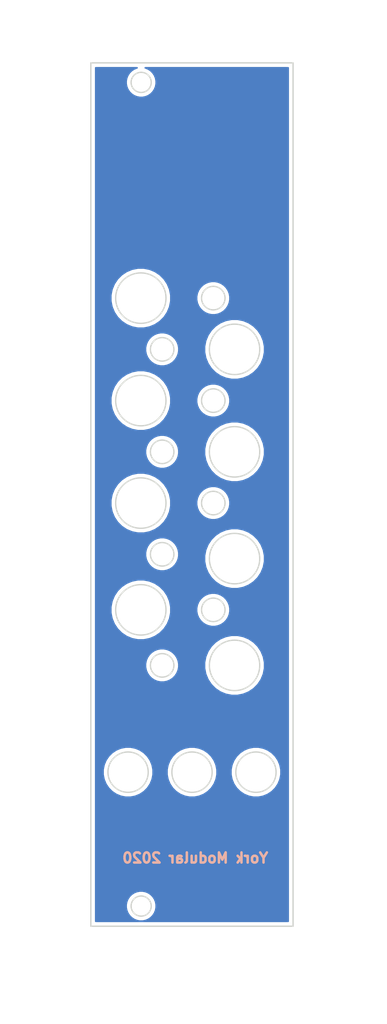
<source format=kicad_pcb>
(kicad_pcb (version 20171130) (host pcbnew 5.1.7-a382d34a8~87~ubuntu18.04.1)

  (general
    (thickness 1.6)
    (drawings 34)
    (tracks 0)
    (zones 0)
    (modules 0)
    (nets 1)
  )

  (page A4)
  (layers
    (0 F.Cu signal)
    (31 B.Cu signal)
    (32 B.Adhes user)
    (33 F.Adhes user)
    (34 B.Paste user)
    (35 F.Paste user)
    (36 B.SilkS user)
    (37 F.SilkS user)
    (38 B.Mask user)
    (39 F.Mask user)
    (40 Dwgs.User user)
    (41 Cmts.User user)
    (42 Eco1.User user)
    (43 Eco2.User user)
    (44 Edge.Cuts user)
    (45 Margin user)
    (46 B.CrtYd user)
    (47 F.CrtYd user)
    (48 B.Fab user)
    (49 F.Fab user)
  )

  (setup
    (last_trace_width 0.25)
    (trace_clearance 0.2)
    (zone_clearance 0.508)
    (zone_45_only no)
    (trace_min 0.2)
    (via_size 0.8)
    (via_drill 0.4)
    (via_min_size 0.4)
    (via_min_drill 0.3)
    (uvia_size 0.3)
    (uvia_drill 0.1)
    (uvias_allowed no)
    (uvia_min_size 0.2)
    (uvia_min_drill 0.1)
    (edge_width 0.05)
    (segment_width 0.2)
    (pcb_text_width 0.3)
    (pcb_text_size 1.5 1.5)
    (mod_edge_width 0.12)
    (mod_text_size 1 1)
    (mod_text_width 0.15)
    (pad_size 1.524 1.524)
    (pad_drill 0.762)
    (pad_to_mask_clearance 0.051)
    (solder_mask_min_width 0.25)
    (aux_axis_origin 0 0)
    (grid_origin 79.29045 156.30218)
    (visible_elements FFFFFF7F)
    (pcbplotparams
      (layerselection 0x010fc_ffffffff)
      (usegerberextensions true)
      (usegerberattributes false)
      (usegerberadvancedattributes false)
      (creategerberjobfile false)
      (excludeedgelayer true)
      (linewidth 0.100000)
      (plotframeref false)
      (viasonmask false)
      (mode 1)
      (useauxorigin false)
      (hpglpennumber 1)
      (hpglpenspeed 20)
      (hpglpendiameter 15.000000)
      (psnegative false)
      (psa4output false)
      (plotreference true)
      (plotvalue true)
      (plotinvisibletext false)
      (padsonsilk false)
      (subtractmaskfromsilk false)
      (outputformat 1)
      (mirror false)
      (drillshape 0)
      (scaleselection 1)
      (outputdirectory "gerbers"))
  )

  (net 0 "")

  (net_class Default "This is the default net class."
    (clearance 0.2)
    (trace_width 0.25)
    (via_dia 0.8)
    (via_drill 0.4)
    (uvia_dia 0.3)
    (uvia_drill 0.1)
  )

  (gr_text OUT (at 103.8987 142.2019) (layer F.Cu) (tstamp 5E6E0F57)
    (effects (font (size 2 2) (thickness 0.3)))
  )
  (gr_text RST (at 94.2467 142.2908) (layer F.Cu) (tstamp 5E6E0F54)
    (effects (font (size 2 2) (thickness 0.3)))
  )
  (gr_text CLK (at 84.8487 142.4051) (layer F.Cu) (tstamp 5E6E0F51)
    (effects (font (size 2 2) (thickness 0.3)))
  )
  (gr_text SEQ8.2 (at 99.4029 31.75) (layer F.Cu) (tstamp 5E6E0F3B)
    (effects (font (size 3 3) (thickness 0.5)))
  )
  (gr_text "York Modular 2020" (at 94.85 146.15) (layer B.SilkS)
    (effects (font (size 1.5 1.5) (thickness 0.375)) (justify mirror))
  )
  (gr_text OUT (at 103.9 142.2) (layer F.Mask) (tstamp 5E5D7C8F)
    (effects (font (size 2 2) (thickness 0.3)))
  )
  (gr_text RST (at 94.25 142.3) (layer F.Mask) (tstamp 5E5D7C8F)
    (effects (font (size 2 2) (thickness 0.3)))
  )
  (gr_text CLK (at 84.85 142.4) (layer F.Mask)
    (effects (font (size 2 2) (thickness 0.3)))
  )
  (gr_text SEQ8.2 (at 99.4 31.75) (layer F.Mask)
    (effects (font (size 3 3) (thickness 0.5)))
  )
  (gr_line (start 109.43045 27.90218) (end 109.43045 156.30218) (layer Edge.Cuts) (width 0.2))
  (gr_circle (center 86.79045 153.30218) (end 88.29045 153.30218) (layer Edge.Cuts) (width 0.2))
  (gr_circle (center 86.79045 30.80218) (end 88.29045 30.80218) (layer Edge.Cuts) (width 0.2))
  (gr_circle (center 86.74045 93.36718) (end 90.49045 93.36718) (layer Edge.Cuts) (width 0.2))
  (gr_circle (center 100.71045 85.74718) (end 104.46045 85.74718) (layer Edge.Cuts) (width 0.2))
  (gr_circle (center 89.92045 100.98718) (end 91.67045 100.98718) (layer Edge.Cuts) (width 0.2))
  (gr_circle (center 97.54045 93.36718) (end 99.29045 93.36718) (layer Edge.Cuts) (width 0.2))
  (gr_circle (center 89.92045 85.74718) (end 91.67045 85.74718) (layer Edge.Cuts) (width 0.2))
  (gr_circle (center 100.71045 117.50718) (end 104.46045 117.50718) (layer Edge.Cuts) (width 0.2))
  (gr_circle (center 86.74045 109.24718) (end 90.49045 109.24718) (layer Edge.Cuts) (width 0.2))
  (gr_circle (center 100.71045 101.62718) (end 104.46045 101.62718) (layer Edge.Cuts) (width 0.2))
  (gr_circle (center 86.74045 62.88718) (end 90.49045 62.88718) (layer Edge.Cuts) (width 0.2))
  (gr_circle (center 103.90045 133.38718) (end 106.90045 133.38718) (layer Edge.Cuts) (width 0.2))
  (gr_circle (center 97.54045 78.12718) (end 99.29045 78.12718) (layer Edge.Cuts) (width 0.2))
  (gr_circle (center 89.92045 70.50718) (end 91.67045 70.50718) (layer Edge.Cuts) (width 0.2))
  (gr_circle (center 97.54045 62.88718) (end 99.29045 62.88718) (layer Edge.Cuts) (width 0.2))
  (gr_circle (center 86.74045 78.12718) (end 90.49045 78.12718) (layer Edge.Cuts) (width 0.2))
  (gr_circle (center 100.71045 70.50718) (end 104.46045 70.50718) (layer Edge.Cuts) (width 0.2))
  (gr_line (start 79.29045 156.30218) (end 79.29045 27.90218) (layer Edge.Cuts) (width 0.2))
  (gr_circle (center 94.37045 133.38718) (end 97.37045 133.38718) (layer Edge.Cuts) (width 0.2))
  (gr_circle (center 84.84045 133.38718) (end 87.84045 133.38718) (layer Edge.Cuts) (width 0.2))
  (gr_circle (center 89.92045 117.50718) (end 91.67045 117.50718) (layer Edge.Cuts) (width 0.2))
  (gr_circle (center 97.54045 109.24718) (end 99.29045 109.24718) (layer Edge.Cuts) (width 0.2))
  (gr_line (start 109.43045 156.30218) (end 79.29045 156.30218) (layer Edge.Cuts) (width 0.2))
  (gr_line (start 79.29045 27.90218) (end 109.43045 27.90218) (layer Edge.Cuts) (width 0.2))

  (zone (net 0) (net_name "") (layer B.Cu) (tstamp 6000520F) (hatch edge 0.508)
    (connect_pads (clearance 0.508))
    (min_thickness 0.254)
    (fill yes (arc_segments 32) (thermal_gap 0.508) (thermal_bridge_width 0.508))
    (polygon
      (pts
        (xy 123.45 23.85) (xy 118.95 167.55) (xy 65.75 170.85) (xy 66.8 18.55)
      )
    )
    (filled_polygon
      (pts
        (xy 86.135858 28.64428) (xy 85.72745 28.813448) (xy 85.359893 29.059041) (xy 85.047311 29.371623) (xy 84.801718 29.73918)
        (xy 84.63255 30.147588) (xy 84.546308 30.581151) (xy 84.546308 31.023209) (xy 84.63255 31.456772) (xy 84.801718 31.86518)
        (xy 85.047311 32.232737) (xy 85.359893 32.545319) (xy 85.72745 32.790912) (xy 86.135858 32.96008) (xy 86.569421 33.046322)
        (xy 87.011479 33.046322) (xy 87.445042 32.96008) (xy 87.85345 32.790912) (xy 88.221007 32.545319) (xy 88.533589 32.232737)
        (xy 88.779182 31.86518) (xy 88.94835 31.456772) (xy 89.034592 31.023209) (xy 89.034592 30.581151) (xy 88.94835 30.147588)
        (xy 88.779182 29.73918) (xy 88.533589 29.371623) (xy 88.221007 29.059041) (xy 87.85345 28.813448) (xy 87.445042 28.64428)
        (xy 87.409348 28.63718) (xy 108.69545 28.63718) (xy 108.695451 155.56718) (xy 80.02545 155.56718) (xy 80.02545 153.081151)
        (xy 84.546308 153.081151) (xy 84.546308 153.523209) (xy 84.63255 153.956772) (xy 84.801718 154.36518) (xy 85.047311 154.732737)
        (xy 85.359893 155.045319) (xy 85.72745 155.290912) (xy 86.135858 155.46008) (xy 86.569421 155.546322) (xy 87.011479 155.546322)
        (xy 87.445042 155.46008) (xy 87.85345 155.290912) (xy 88.221007 155.045319) (xy 88.533589 154.732737) (xy 88.779182 154.36518)
        (xy 88.94835 153.956772) (xy 89.034592 153.523209) (xy 89.034592 153.081151) (xy 88.94835 152.647588) (xy 88.779182 152.23918)
        (xy 88.533589 151.871623) (xy 88.221007 151.559041) (xy 87.85345 151.313448) (xy 87.445042 151.14428) (xy 87.011479 151.058038)
        (xy 86.569421 151.058038) (xy 86.135858 151.14428) (xy 85.72745 151.313448) (xy 85.359893 151.559041) (xy 85.047311 151.871623)
        (xy 84.801718 152.23918) (xy 84.63255 152.647588) (xy 84.546308 153.081151) (xy 80.02545 153.081151) (xy 80.02545 133.019126)
        (xy 81.103531 133.019126) (xy 81.103531 133.755234) (xy 81.247139 134.477199) (xy 81.528836 135.157275) (xy 81.937796 135.769327)
        (xy 82.458303 136.289834) (xy 83.070355 136.698794) (xy 83.750431 136.980491) (xy 84.472396 137.124099) (xy 85.208504 137.124099)
        (xy 85.930469 136.980491) (xy 86.610545 136.698794) (xy 87.222597 136.289834) (xy 87.743104 135.769327) (xy 88.152064 135.157275)
        (xy 88.433761 134.477199) (xy 88.577369 133.755234) (xy 88.577369 133.019126) (xy 90.633531 133.019126) (xy 90.633531 133.755234)
        (xy 90.777139 134.477199) (xy 91.058836 135.157275) (xy 91.467796 135.769327) (xy 91.988303 136.289834) (xy 92.600355 136.698794)
        (xy 93.280431 136.980491) (xy 94.002396 137.124099) (xy 94.738504 137.124099) (xy 95.460469 136.980491) (xy 96.140545 136.698794)
        (xy 96.752597 136.289834) (xy 97.273104 135.769327) (xy 97.682064 135.157275) (xy 97.963761 134.477199) (xy 98.107369 133.755234)
        (xy 98.107369 133.019126) (xy 100.163531 133.019126) (xy 100.163531 133.755234) (xy 100.307139 134.477199) (xy 100.588836 135.157275)
        (xy 100.997796 135.769327) (xy 101.518303 136.289834) (xy 102.130355 136.698794) (xy 102.810431 136.980491) (xy 103.532396 137.124099)
        (xy 104.268504 137.124099) (xy 104.990469 136.980491) (xy 105.670545 136.698794) (xy 106.282597 136.289834) (xy 106.803104 135.769327)
        (xy 107.212064 135.157275) (xy 107.493761 134.477199) (xy 107.637369 133.755234) (xy 107.637369 133.019126) (xy 107.493761 132.297161)
        (xy 107.212064 131.617085) (xy 106.803104 131.005033) (xy 106.282597 130.484526) (xy 105.670545 130.075566) (xy 104.990469 129.793869)
        (xy 104.268504 129.650261) (xy 103.532396 129.650261) (xy 102.810431 129.793869) (xy 102.130355 130.075566) (xy 101.518303 130.484526)
        (xy 100.997796 131.005033) (xy 100.588836 131.617085) (xy 100.307139 132.297161) (xy 100.163531 133.019126) (xy 98.107369 133.019126)
        (xy 97.963761 132.297161) (xy 97.682064 131.617085) (xy 97.273104 131.005033) (xy 96.752597 130.484526) (xy 96.140545 130.075566)
        (xy 95.460469 129.793869) (xy 94.738504 129.650261) (xy 94.002396 129.650261) (xy 93.280431 129.793869) (xy 92.600355 130.075566)
        (xy 91.988303 130.484526) (xy 91.467796 131.005033) (xy 91.058836 131.617085) (xy 90.777139 132.297161) (xy 90.633531 133.019126)
        (xy 88.577369 133.019126) (xy 88.433761 132.297161) (xy 88.152064 131.617085) (xy 87.743104 131.005033) (xy 87.222597 130.484526)
        (xy 86.610545 130.075566) (xy 85.930469 129.793869) (xy 85.208504 129.650261) (xy 84.472396 129.650261) (xy 83.750431 129.793869)
        (xy 83.070355 130.075566) (xy 82.458303 130.484526) (xy 81.937796 131.005033) (xy 81.528836 131.617085) (xy 81.247139 132.297161)
        (xy 81.103531 133.019126) (xy 80.02545 133.019126) (xy 80.02545 117.261647) (xy 87.427512 117.261647) (xy 87.427512 117.752713)
        (xy 87.523314 118.234343) (xy 87.711237 118.688029) (xy 87.984059 119.096335) (xy 88.331295 119.443571) (xy 88.739601 119.716393)
        (xy 89.193287 119.904316) (xy 89.674917 120.000118) (xy 90.165983 120.000118) (xy 90.647613 119.904316) (xy 91.101299 119.716393)
        (xy 91.509605 119.443571) (xy 91.856841 119.096335) (xy 92.129663 118.688029) (xy 92.317586 118.234343) (xy 92.413388 117.752713)
        (xy 92.413388 117.261647) (xy 92.374395 117.065613) (xy 96.227143 117.065613) (xy 96.227143 117.948747) (xy 96.399434 118.814912)
        (xy 96.737395 119.630822) (xy 97.228038 120.365122) (xy 97.852508 120.989592) (xy 98.586808 121.480235) (xy 99.402718 121.818196)
        (xy 100.268883 121.990487) (xy 101.152017 121.990487) (xy 102.018182 121.818196) (xy 102.834092 121.480235) (xy 103.568392 120.989592)
        (xy 104.192862 120.365122) (xy 104.683505 119.630822) (xy 105.021466 118.814912) (xy 105.193757 117.948747) (xy 105.193757 117.065613)
        (xy 105.021466 116.199448) (xy 104.683505 115.383538) (xy 104.192862 114.649238) (xy 103.568392 114.024768) (xy 102.834092 113.534125)
        (xy 102.018182 113.196164) (xy 101.152017 113.023873) (xy 100.268883 113.023873) (xy 99.402718 113.196164) (xy 98.586808 113.534125)
        (xy 97.852508 114.024768) (xy 97.228038 114.649238) (xy 96.737395 115.383538) (xy 96.399434 116.199448) (xy 96.227143 117.065613)
        (xy 92.374395 117.065613) (xy 92.317586 116.780017) (xy 92.129663 116.326331) (xy 91.856841 115.918025) (xy 91.509605 115.570789)
        (xy 91.101299 115.297967) (xy 90.647613 115.110044) (xy 90.165983 115.014242) (xy 89.674917 115.014242) (xy 89.193287 115.110044)
        (xy 88.739601 115.297967) (xy 88.331295 115.570789) (xy 87.984059 115.918025) (xy 87.711237 116.326331) (xy 87.523314 116.780017)
        (xy 87.427512 117.261647) (xy 80.02545 117.261647) (xy 80.02545 108.805613) (xy 82.257143 108.805613) (xy 82.257143 109.688747)
        (xy 82.429434 110.554912) (xy 82.767395 111.370822) (xy 83.258038 112.105122) (xy 83.882508 112.729592) (xy 84.616808 113.220235)
        (xy 85.432718 113.558196) (xy 86.298883 113.730487) (xy 87.182017 113.730487) (xy 88.048182 113.558196) (xy 88.864092 113.220235)
        (xy 89.598392 112.729592) (xy 90.222862 112.105122) (xy 90.713505 111.370822) (xy 91.051466 110.554912) (xy 91.223757 109.688747)
        (xy 91.223757 109.001647) (xy 95.047512 109.001647) (xy 95.047512 109.492713) (xy 95.143314 109.974343) (xy 95.331237 110.428029)
        (xy 95.604059 110.836335) (xy 95.951295 111.183571) (xy 96.359601 111.456393) (xy 96.813287 111.644316) (xy 97.294917 111.740118)
        (xy 97.785983 111.740118) (xy 98.267613 111.644316) (xy 98.721299 111.456393) (xy 99.129605 111.183571) (xy 99.476841 110.836335)
        (xy 99.749663 110.428029) (xy 99.937586 109.974343) (xy 100.033388 109.492713) (xy 100.033388 109.001647) (xy 99.937586 108.520017)
        (xy 99.749663 108.066331) (xy 99.476841 107.658025) (xy 99.129605 107.310789) (xy 98.721299 107.037967) (xy 98.267613 106.850044)
        (xy 97.785983 106.754242) (xy 97.294917 106.754242) (xy 96.813287 106.850044) (xy 96.359601 107.037967) (xy 95.951295 107.310789)
        (xy 95.604059 107.658025) (xy 95.331237 108.066331) (xy 95.143314 108.520017) (xy 95.047512 109.001647) (xy 91.223757 109.001647)
        (xy 91.223757 108.805613) (xy 91.051466 107.939448) (xy 90.713505 107.123538) (xy 90.222862 106.389238) (xy 89.598392 105.764768)
        (xy 88.864092 105.274125) (xy 88.048182 104.936164) (xy 87.182017 104.763873) (xy 86.298883 104.763873) (xy 85.432718 104.936164)
        (xy 84.616808 105.274125) (xy 83.882508 105.764768) (xy 83.258038 106.389238) (xy 82.767395 107.123538) (xy 82.429434 107.939448)
        (xy 82.257143 108.805613) (xy 80.02545 108.805613) (xy 80.02545 100.741647) (xy 87.427512 100.741647) (xy 87.427512 101.232713)
        (xy 87.523314 101.714343) (xy 87.711237 102.168029) (xy 87.984059 102.576335) (xy 88.331295 102.923571) (xy 88.739601 103.196393)
        (xy 89.193287 103.384316) (xy 89.674917 103.480118) (xy 90.165983 103.480118) (xy 90.647613 103.384316) (xy 91.101299 103.196393)
        (xy 91.509605 102.923571) (xy 91.856841 102.576335) (xy 92.129663 102.168029) (xy 92.317586 101.714343) (xy 92.413388 101.232713)
        (xy 92.413388 101.185613) (xy 96.227143 101.185613) (xy 96.227143 102.068747) (xy 96.399434 102.934912) (xy 96.737395 103.750822)
        (xy 97.228038 104.485122) (xy 97.852508 105.109592) (xy 98.586808 105.600235) (xy 99.402718 105.938196) (xy 100.268883 106.110487)
        (xy 101.152017 106.110487) (xy 102.018182 105.938196) (xy 102.834092 105.600235) (xy 103.568392 105.109592) (xy 104.192862 104.485122)
        (xy 104.683505 103.750822) (xy 105.021466 102.934912) (xy 105.193757 102.068747) (xy 105.193757 101.185613) (xy 105.021466 100.319448)
        (xy 104.683505 99.503538) (xy 104.192862 98.769238) (xy 103.568392 98.144768) (xy 102.834092 97.654125) (xy 102.018182 97.316164)
        (xy 101.152017 97.143873) (xy 100.268883 97.143873) (xy 99.402718 97.316164) (xy 98.586808 97.654125) (xy 97.852508 98.144768)
        (xy 97.228038 98.769238) (xy 96.737395 99.503538) (xy 96.399434 100.319448) (xy 96.227143 101.185613) (xy 92.413388 101.185613)
        (xy 92.413388 100.741647) (xy 92.317586 100.260017) (xy 92.129663 99.806331) (xy 91.856841 99.398025) (xy 91.509605 99.050789)
        (xy 91.101299 98.777967) (xy 90.647613 98.590044) (xy 90.165983 98.494242) (xy 89.674917 98.494242) (xy 89.193287 98.590044)
        (xy 88.739601 98.777967) (xy 88.331295 99.050789) (xy 87.984059 99.398025) (xy 87.711237 99.806331) (xy 87.523314 100.260017)
        (xy 87.427512 100.741647) (xy 80.02545 100.741647) (xy 80.02545 92.925613) (xy 82.257143 92.925613) (xy 82.257143 93.808747)
        (xy 82.429434 94.674912) (xy 82.767395 95.490822) (xy 83.258038 96.225122) (xy 83.882508 96.849592) (xy 84.616808 97.340235)
        (xy 85.432718 97.678196) (xy 86.298883 97.850487) (xy 87.182017 97.850487) (xy 88.048182 97.678196) (xy 88.864092 97.340235)
        (xy 89.598392 96.849592) (xy 90.222862 96.225122) (xy 90.713505 95.490822) (xy 91.051466 94.674912) (xy 91.223757 93.808747)
        (xy 91.223757 93.121647) (xy 95.047512 93.121647) (xy 95.047512 93.612713) (xy 95.143314 94.094343) (xy 95.331237 94.548029)
        (xy 95.604059 94.956335) (xy 95.951295 95.303571) (xy 96.359601 95.576393) (xy 96.813287 95.764316) (xy 97.294917 95.860118)
        (xy 97.785983 95.860118) (xy 98.267613 95.764316) (xy 98.721299 95.576393) (xy 99.129605 95.303571) (xy 99.476841 94.956335)
        (xy 99.749663 94.548029) (xy 99.937586 94.094343) (xy 100.033388 93.612713) (xy 100.033388 93.121647) (xy 99.937586 92.640017)
        (xy 99.749663 92.186331) (xy 99.476841 91.778025) (xy 99.129605 91.430789) (xy 98.721299 91.157967) (xy 98.267613 90.970044)
        (xy 97.785983 90.874242) (xy 97.294917 90.874242) (xy 96.813287 90.970044) (xy 96.359601 91.157967) (xy 95.951295 91.430789)
        (xy 95.604059 91.778025) (xy 95.331237 92.186331) (xy 95.143314 92.640017) (xy 95.047512 93.121647) (xy 91.223757 93.121647)
        (xy 91.223757 92.925613) (xy 91.051466 92.059448) (xy 90.713505 91.243538) (xy 90.222862 90.509238) (xy 89.598392 89.884768)
        (xy 88.864092 89.394125) (xy 88.048182 89.056164) (xy 87.182017 88.883873) (xy 86.298883 88.883873) (xy 85.432718 89.056164)
        (xy 84.616808 89.394125) (xy 83.882508 89.884768) (xy 83.258038 90.509238) (xy 82.767395 91.243538) (xy 82.429434 92.059448)
        (xy 82.257143 92.925613) (xy 80.02545 92.925613) (xy 80.02545 85.501647) (xy 87.427512 85.501647) (xy 87.427512 85.992713)
        (xy 87.523314 86.474343) (xy 87.711237 86.928029) (xy 87.984059 87.336335) (xy 88.331295 87.683571) (xy 88.739601 87.956393)
        (xy 89.193287 88.144316) (xy 89.674917 88.240118) (xy 90.165983 88.240118) (xy 90.647613 88.144316) (xy 91.101299 87.956393)
        (xy 91.509605 87.683571) (xy 91.856841 87.336335) (xy 92.129663 86.928029) (xy 92.317586 86.474343) (xy 92.413388 85.992713)
        (xy 92.413388 85.501647) (xy 92.374395 85.305613) (xy 96.227143 85.305613) (xy 96.227143 86.188747) (xy 96.399434 87.054912)
        (xy 96.737395 87.870822) (xy 97.228038 88.605122) (xy 97.852508 89.229592) (xy 98.586808 89.720235) (xy 99.402718 90.058196)
        (xy 100.268883 90.230487) (xy 101.152017 90.230487) (xy 102.018182 90.058196) (xy 102.834092 89.720235) (xy 103.568392 89.229592)
        (xy 104.192862 88.605122) (xy 104.683505 87.870822) (xy 105.021466 87.054912) (xy 105.193757 86.188747) (xy 105.193757 85.305613)
        (xy 105.021466 84.439448) (xy 104.683505 83.623538) (xy 104.192862 82.889238) (xy 103.568392 82.264768) (xy 102.834092 81.774125)
        (xy 102.018182 81.436164) (xy 101.152017 81.263873) (xy 100.268883 81.263873) (xy 99.402718 81.436164) (xy 98.586808 81.774125)
        (xy 97.852508 82.264768) (xy 97.228038 82.889238) (xy 96.737395 83.623538) (xy 96.399434 84.439448) (xy 96.227143 85.305613)
        (xy 92.374395 85.305613) (xy 92.317586 85.020017) (xy 92.129663 84.566331) (xy 91.856841 84.158025) (xy 91.509605 83.810789)
        (xy 91.101299 83.537967) (xy 90.647613 83.350044) (xy 90.165983 83.254242) (xy 89.674917 83.254242) (xy 89.193287 83.350044)
        (xy 88.739601 83.537967) (xy 88.331295 83.810789) (xy 87.984059 84.158025) (xy 87.711237 84.566331) (xy 87.523314 85.020017)
        (xy 87.427512 85.501647) (xy 80.02545 85.501647) (xy 80.02545 77.685613) (xy 82.257143 77.685613) (xy 82.257143 78.568747)
        (xy 82.429434 79.434912) (xy 82.767395 80.250822) (xy 83.258038 80.985122) (xy 83.882508 81.609592) (xy 84.616808 82.100235)
        (xy 85.432718 82.438196) (xy 86.298883 82.610487) (xy 87.182017 82.610487) (xy 88.048182 82.438196) (xy 88.864092 82.100235)
        (xy 89.598392 81.609592) (xy 90.222862 80.985122) (xy 90.713505 80.250822) (xy 91.051466 79.434912) (xy 91.223757 78.568747)
        (xy 91.223757 77.881647) (xy 95.047512 77.881647) (xy 95.047512 78.372713) (xy 95.143314 78.854343) (xy 95.331237 79.308029)
        (xy 95.604059 79.716335) (xy 95.951295 80.063571) (xy 96.359601 80.336393) (xy 96.813287 80.524316) (xy 97.294917 80.620118)
        (xy 97.785983 80.620118) (xy 98.267613 80.524316) (xy 98.721299 80.336393) (xy 99.129605 80.063571) (xy 99.476841 79.716335)
        (xy 99.749663 79.308029) (xy 99.937586 78.854343) (xy 100.033388 78.372713) (xy 100.033388 77.881647) (xy 99.937586 77.400017)
        (xy 99.749663 76.946331) (xy 99.476841 76.538025) (xy 99.129605 76.190789) (xy 98.721299 75.917967) (xy 98.267613 75.730044)
        (xy 97.785983 75.634242) (xy 97.294917 75.634242) (xy 96.813287 75.730044) (xy 96.359601 75.917967) (xy 95.951295 76.190789)
        (xy 95.604059 76.538025) (xy 95.331237 76.946331) (xy 95.143314 77.400017) (xy 95.047512 77.881647) (xy 91.223757 77.881647)
        (xy 91.223757 77.685613) (xy 91.051466 76.819448) (xy 90.713505 76.003538) (xy 90.222862 75.269238) (xy 89.598392 74.644768)
        (xy 88.864092 74.154125) (xy 88.048182 73.816164) (xy 87.182017 73.643873) (xy 86.298883 73.643873) (xy 85.432718 73.816164)
        (xy 84.616808 74.154125) (xy 83.882508 74.644768) (xy 83.258038 75.269238) (xy 82.767395 76.003538) (xy 82.429434 76.819448)
        (xy 82.257143 77.685613) (xy 80.02545 77.685613) (xy 80.02545 70.261647) (xy 87.427512 70.261647) (xy 87.427512 70.752713)
        (xy 87.523314 71.234343) (xy 87.711237 71.688029) (xy 87.984059 72.096335) (xy 88.331295 72.443571) (xy 88.739601 72.716393)
        (xy 89.193287 72.904316) (xy 89.674917 73.000118) (xy 90.165983 73.000118) (xy 90.647613 72.904316) (xy 91.101299 72.716393)
        (xy 91.509605 72.443571) (xy 91.856841 72.096335) (xy 92.129663 71.688029) (xy 92.317586 71.234343) (xy 92.413388 70.752713)
        (xy 92.413388 70.261647) (xy 92.374395 70.065613) (xy 96.227143 70.065613) (xy 96.227143 70.948747) (xy 96.399434 71.814912)
        (xy 96.737395 72.630822) (xy 97.228038 73.365122) (xy 97.852508 73.989592) (xy 98.586808 74.480235) (xy 99.402718 74.818196)
        (xy 100.268883 74.990487) (xy 101.152017 74.990487) (xy 102.018182 74.818196) (xy 102.834092 74.480235) (xy 103.568392 73.989592)
        (xy 104.192862 73.365122) (xy 104.683505 72.630822) (xy 105.021466 71.814912) (xy 105.193757 70.948747) (xy 105.193757 70.065613)
        (xy 105.021466 69.199448) (xy 104.683505 68.383538) (xy 104.192862 67.649238) (xy 103.568392 67.024768) (xy 102.834092 66.534125)
        (xy 102.018182 66.196164) (xy 101.152017 66.023873) (xy 100.268883 66.023873) (xy 99.402718 66.196164) (xy 98.586808 66.534125)
        (xy 97.852508 67.024768) (xy 97.228038 67.649238) (xy 96.737395 68.383538) (xy 96.399434 69.199448) (xy 96.227143 70.065613)
        (xy 92.374395 70.065613) (xy 92.317586 69.780017) (xy 92.129663 69.326331) (xy 91.856841 68.918025) (xy 91.509605 68.570789)
        (xy 91.101299 68.297967) (xy 90.647613 68.110044) (xy 90.165983 68.014242) (xy 89.674917 68.014242) (xy 89.193287 68.110044)
        (xy 88.739601 68.297967) (xy 88.331295 68.570789) (xy 87.984059 68.918025) (xy 87.711237 69.326331) (xy 87.523314 69.780017)
        (xy 87.427512 70.261647) (xy 80.02545 70.261647) (xy 80.02545 62.445613) (xy 82.257143 62.445613) (xy 82.257143 63.328747)
        (xy 82.429434 64.194912) (xy 82.767395 65.010822) (xy 83.258038 65.745122) (xy 83.882508 66.369592) (xy 84.616808 66.860235)
        (xy 85.432718 67.198196) (xy 86.298883 67.370487) (xy 87.182017 67.370487) (xy 88.048182 67.198196) (xy 88.864092 66.860235)
        (xy 89.598392 66.369592) (xy 90.222862 65.745122) (xy 90.713505 65.010822) (xy 91.051466 64.194912) (xy 91.223757 63.328747)
        (xy 91.223757 62.641647) (xy 95.047512 62.641647) (xy 95.047512 63.132713) (xy 95.143314 63.614343) (xy 95.331237 64.068029)
        (xy 95.604059 64.476335) (xy 95.951295 64.823571) (xy 96.359601 65.096393) (xy 96.813287 65.284316) (xy 97.294917 65.380118)
        (xy 97.785983 65.380118) (xy 98.267613 65.284316) (xy 98.721299 65.096393) (xy 99.129605 64.823571) (xy 99.476841 64.476335)
        (xy 99.749663 64.068029) (xy 99.937586 63.614343) (xy 100.033388 63.132713) (xy 100.033388 62.641647) (xy 99.937586 62.160017)
        (xy 99.749663 61.706331) (xy 99.476841 61.298025) (xy 99.129605 60.950789) (xy 98.721299 60.677967) (xy 98.267613 60.490044)
        (xy 97.785983 60.394242) (xy 97.294917 60.394242) (xy 96.813287 60.490044) (xy 96.359601 60.677967) (xy 95.951295 60.950789)
        (xy 95.604059 61.298025) (xy 95.331237 61.706331) (xy 95.143314 62.160017) (xy 95.047512 62.641647) (xy 91.223757 62.641647)
        (xy 91.223757 62.445613) (xy 91.051466 61.579448) (xy 90.713505 60.763538) (xy 90.222862 60.029238) (xy 89.598392 59.404768)
        (xy 88.864092 58.914125) (xy 88.048182 58.576164) (xy 87.182017 58.403873) (xy 86.298883 58.403873) (xy 85.432718 58.576164)
        (xy 84.616808 58.914125) (xy 83.882508 59.404768) (xy 83.258038 60.029238) (xy 82.767395 60.763538) (xy 82.429434 61.579448)
        (xy 82.257143 62.445613) (xy 80.02545 62.445613) (xy 80.02545 28.63718) (xy 86.171552 28.63718)
      )
    )
  )
)

</source>
